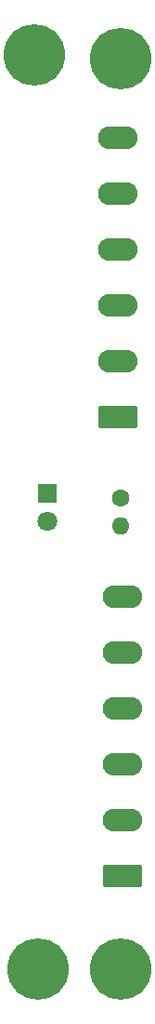
<source format=gbr>
%TF.GenerationSoftware,KiCad,Pcbnew,7.0.2*%
%TF.CreationDate,2025-05-12T08:16:43+01:00*%
%TF.ProjectId,PCB-POWER-DISTRO,5043422d-504f-4574-9552-2d4449535452,v0.0.2*%
%TF.SameCoordinates,Original*%
%TF.FileFunction,Soldermask,Top*%
%TF.FilePolarity,Negative*%
%FSLAX46Y46*%
G04 Gerber Fmt 4.6, Leading zero omitted, Abs format (unit mm)*
G04 Created by KiCad (PCBNEW 7.0.2) date 2025-05-12 08:16:43*
%MOMM*%
%LPD*%
G01*
G04 APERTURE LIST*
G04 Aperture macros list*
%AMRoundRect*
0 Rectangle with rounded corners*
0 $1 Rounding radius*
0 $2 $3 $4 $5 $6 $7 $8 $9 X,Y pos of 4 corners*
0 Add a 4 corners polygon primitive as box body*
4,1,4,$2,$3,$4,$5,$6,$7,$8,$9,$2,$3,0*
0 Add four circle primitives for the rounded corners*
1,1,$1+$1,$2,$3*
1,1,$1+$1,$4,$5*
1,1,$1+$1,$6,$7*
1,1,$1+$1,$8,$9*
0 Add four rect primitives between the rounded corners*
20,1,$1+$1,$2,$3,$4,$5,0*
20,1,$1+$1,$4,$5,$6,$7,0*
20,1,$1+$1,$6,$7,$8,$9,0*
20,1,$1+$1,$8,$9,$2,$3,0*%
G04 Aperture macros list end*
%ADD10C,1.600000*%
%ADD11O,1.600000X1.600000*%
%ADD12C,5.600000*%
%ADD13R,1.800000X1.800000*%
%ADD14C,1.800000*%
%ADD15RoundRect,0.249999X1.550001X-0.790001X1.550001X0.790001X-1.550001X0.790001X-1.550001X-0.790001X0*%
%ADD16O,3.600000X2.080000*%
G04 APERTURE END LIST*
D10*
%TO.C,R11*%
X94346000Y-77658000D03*
D11*
X94346000Y-80198000D03*
%TD*%
D12*
%TO.C,H4*%
X86752000Y-120440000D03*
%TD*%
%TO.C,H1*%
X94305000Y-37629500D03*
%TD*%
%TO.C,H3*%
X94305000Y-120440000D03*
%TD*%
%TO.C,H2*%
X86452000Y-37329500D03*
%TD*%
D13*
%TO.C,5V1*%
X87592000Y-77200000D03*
D14*
X87592000Y-79740000D03*
%TD*%
D15*
%TO.C,J5*%
X94090000Y-70277000D03*
D16*
X94090000Y-65197000D03*
X94090000Y-60117000D03*
X94090000Y-55037000D03*
X94090000Y-49957000D03*
X94090000Y-44877000D03*
%TD*%
D15*
%TO.C,J4*%
X94475500Y-112024000D03*
D16*
X94475500Y-106944000D03*
X94475500Y-101864000D03*
X94475500Y-96784000D03*
X94475500Y-91704000D03*
X94475500Y-86624000D03*
%TD*%
M02*

</source>
